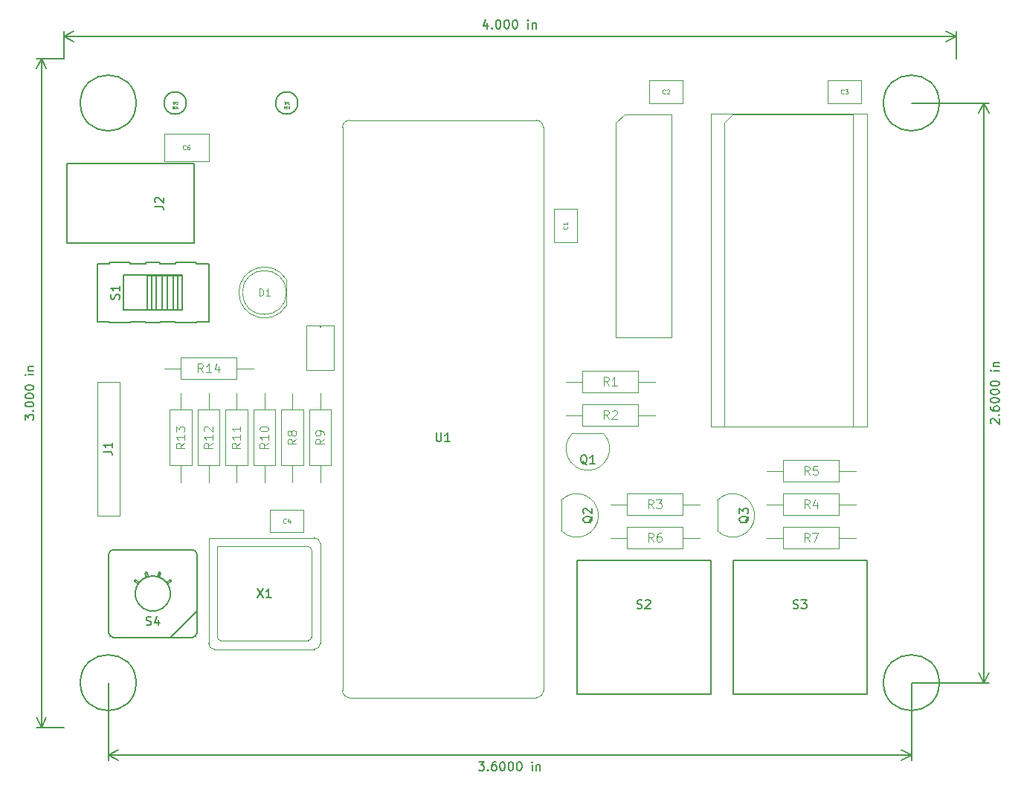
<source format=gbr>
%TF.GenerationSoftware,KiCad,Pcbnew,(5.1.4-0-10_14)*%
%TF.CreationDate,2020-04-13T14:17:21-07:00*%
%TF.ProjectId,8051dumper,38303531-6475-46d7-9065-722e6b696361,1*%
%TF.SameCoordinates,PX60e4b00PYc1c9600*%
%TF.FileFunction,Other,Fab,Top*%
%FSLAX46Y46*%
G04 Gerber Fmt 4.6, Leading zero omitted, Abs format (unit mm)*
G04 Created by KiCad (PCBNEW (5.1.4-0-10_14)) date 2020-04-13 14:17:21*
%MOMM*%
%LPD*%
G04 APERTURE LIST*
%ADD10C,0.150000*%
%ADD11C,0.100000*%
%ADD12C,0.127000*%
%ADD13C,0.120000*%
%ADD14C,0.025400*%
%ADD15C,0.080000*%
%ADD16C,0.050800*%
%ADD17C,0.010000*%
G04 APERTURE END LIST*
D10*
X105622619Y34600000D02*
X105575000Y34647620D01*
X105527380Y34742858D01*
X105527380Y34980953D01*
X105575000Y35076191D01*
X105622619Y35123810D01*
X105717857Y35171429D01*
X105813095Y35171429D01*
X105955952Y35123810D01*
X106527380Y34552381D01*
X106527380Y35171429D01*
X106432142Y35600000D02*
X106479761Y35647620D01*
X106527380Y35600000D01*
X106479761Y35552381D01*
X106432142Y35600000D01*
X106527380Y35600000D01*
X105527380Y36504762D02*
X105527380Y36314286D01*
X105575000Y36219048D01*
X105622619Y36171429D01*
X105765476Y36076191D01*
X105955952Y36028572D01*
X106336904Y36028572D01*
X106432142Y36076191D01*
X106479761Y36123810D01*
X106527380Y36219048D01*
X106527380Y36409524D01*
X106479761Y36504762D01*
X106432142Y36552381D01*
X106336904Y36600000D01*
X106098809Y36600000D01*
X106003571Y36552381D01*
X105955952Y36504762D01*
X105908333Y36409524D01*
X105908333Y36219048D01*
X105955952Y36123810D01*
X106003571Y36076191D01*
X106098809Y36028572D01*
X105527380Y37219048D02*
X105527380Y37314286D01*
X105575000Y37409524D01*
X105622619Y37457143D01*
X105717857Y37504762D01*
X105908333Y37552381D01*
X106146428Y37552381D01*
X106336904Y37504762D01*
X106432142Y37457143D01*
X106479761Y37409524D01*
X106527380Y37314286D01*
X106527380Y37219048D01*
X106479761Y37123810D01*
X106432142Y37076191D01*
X106336904Y37028572D01*
X106146428Y36980953D01*
X105908333Y36980953D01*
X105717857Y37028572D01*
X105622619Y37076191D01*
X105575000Y37123810D01*
X105527380Y37219048D01*
X105527380Y38171429D02*
X105527380Y38266667D01*
X105575000Y38361905D01*
X105622619Y38409524D01*
X105717857Y38457143D01*
X105908333Y38504762D01*
X106146428Y38504762D01*
X106336904Y38457143D01*
X106432142Y38409524D01*
X106479761Y38361905D01*
X106527380Y38266667D01*
X106527380Y38171429D01*
X106479761Y38076191D01*
X106432142Y38028572D01*
X106336904Y37980953D01*
X106146428Y37933334D01*
X105908333Y37933334D01*
X105717857Y37980953D01*
X105622619Y38028572D01*
X105575000Y38076191D01*
X105527380Y38171429D01*
X105527380Y39123810D02*
X105527380Y39219048D01*
X105575000Y39314286D01*
X105622619Y39361905D01*
X105717857Y39409524D01*
X105908333Y39457143D01*
X106146428Y39457143D01*
X106336904Y39409524D01*
X106432142Y39361905D01*
X106479761Y39314286D01*
X106527380Y39219048D01*
X106527380Y39123810D01*
X106479761Y39028572D01*
X106432142Y38980953D01*
X106336904Y38933334D01*
X106146428Y38885715D01*
X105908333Y38885715D01*
X105717857Y38933334D01*
X105622619Y38980953D01*
X105575000Y39028572D01*
X105527380Y39123810D01*
X106527380Y40647620D02*
X105860714Y40647620D01*
X105527380Y40647620D02*
X105575000Y40600000D01*
X105622619Y40647620D01*
X105575000Y40695239D01*
X105527380Y40647620D01*
X105622619Y40647620D01*
X105860714Y41123810D02*
X106527380Y41123810D01*
X105955952Y41123810D02*
X105908333Y41171429D01*
X105860714Y41266667D01*
X105860714Y41409524D01*
X105908333Y41504762D01*
X106003571Y41552381D01*
X106527380Y41552381D01*
X104775000Y5080000D02*
X104775000Y71120000D01*
X96520000Y5080000D02*
X105361421Y5080000D01*
X96520000Y71120000D02*
X105361421Y71120000D01*
X104775000Y71120000D02*
X105361421Y69993496D01*
X104775000Y71120000D02*
X104188579Y69993496D01*
X104775000Y5080000D02*
X105361421Y6206504D01*
X104775000Y5080000D02*
X104188579Y6206504D01*
X47252380Y-3927379D02*
X47871428Y-3927379D01*
X47538095Y-4308332D01*
X47680952Y-4308332D01*
X47776190Y-4355951D01*
X47823809Y-4403570D01*
X47871428Y-4498808D01*
X47871428Y-4736903D01*
X47823809Y-4832141D01*
X47776190Y-4879760D01*
X47680952Y-4927379D01*
X47395238Y-4927379D01*
X47300000Y-4879760D01*
X47252380Y-4832141D01*
X48300000Y-4832141D02*
X48347619Y-4879760D01*
X48300000Y-4927379D01*
X48252380Y-4879760D01*
X48300000Y-4832141D01*
X48300000Y-4927379D01*
X49204761Y-3927379D02*
X49014285Y-3927379D01*
X48919047Y-3974999D01*
X48871428Y-4022618D01*
X48776190Y-4165475D01*
X48728571Y-4355951D01*
X48728571Y-4736903D01*
X48776190Y-4832141D01*
X48823809Y-4879760D01*
X48919047Y-4927379D01*
X49109523Y-4927379D01*
X49204761Y-4879760D01*
X49252380Y-4832141D01*
X49300000Y-4736903D01*
X49300000Y-4498808D01*
X49252380Y-4403570D01*
X49204761Y-4355951D01*
X49109523Y-4308332D01*
X48919047Y-4308332D01*
X48823809Y-4355951D01*
X48776190Y-4403570D01*
X48728571Y-4498808D01*
X49919047Y-3927379D02*
X50014285Y-3927379D01*
X50109523Y-3974999D01*
X50157142Y-4022618D01*
X50204761Y-4117856D01*
X50252380Y-4308332D01*
X50252380Y-4546427D01*
X50204761Y-4736903D01*
X50157142Y-4832141D01*
X50109523Y-4879760D01*
X50014285Y-4927379D01*
X49919047Y-4927379D01*
X49823809Y-4879760D01*
X49776190Y-4832141D01*
X49728571Y-4736903D01*
X49680952Y-4546427D01*
X49680952Y-4308332D01*
X49728571Y-4117856D01*
X49776190Y-4022618D01*
X49823809Y-3974999D01*
X49919047Y-3927379D01*
X50871428Y-3927379D02*
X50966666Y-3927379D01*
X51061904Y-3974999D01*
X51109523Y-4022618D01*
X51157142Y-4117856D01*
X51204761Y-4308332D01*
X51204761Y-4546427D01*
X51157142Y-4736903D01*
X51109523Y-4832141D01*
X51061904Y-4879760D01*
X50966666Y-4927379D01*
X50871428Y-4927379D01*
X50776190Y-4879760D01*
X50728571Y-4832141D01*
X50680952Y-4736903D01*
X50633333Y-4546427D01*
X50633333Y-4308332D01*
X50680952Y-4117856D01*
X50728571Y-4022618D01*
X50776190Y-3974999D01*
X50871428Y-3927379D01*
X51823809Y-3927379D02*
X51919047Y-3927379D01*
X52014285Y-3974999D01*
X52061904Y-4022618D01*
X52109523Y-4117856D01*
X52157142Y-4308332D01*
X52157142Y-4546427D01*
X52109523Y-4736903D01*
X52061904Y-4832141D01*
X52014285Y-4879760D01*
X51919047Y-4927379D01*
X51823809Y-4927379D01*
X51728571Y-4879760D01*
X51680952Y-4832141D01*
X51633333Y-4736903D01*
X51585714Y-4546427D01*
X51585714Y-4308332D01*
X51633333Y-4117856D01*
X51680952Y-4022618D01*
X51728571Y-3974999D01*
X51823809Y-3927379D01*
X53347619Y-4927379D02*
X53347619Y-4260713D01*
X53347619Y-3927379D02*
X53300000Y-3974999D01*
X53347619Y-4022618D01*
X53395238Y-3974999D01*
X53347619Y-3927379D01*
X53347619Y-4022618D01*
X53823809Y-4260713D02*
X53823809Y-4927379D01*
X53823809Y-4355951D02*
X53871428Y-4308332D01*
X53966666Y-4260713D01*
X54109523Y-4260713D01*
X54204761Y-4308332D01*
X54252380Y-4403570D01*
X54252380Y-4927379D01*
X5080000Y-3174999D02*
X96520000Y-3174999D01*
X5080000Y5080000D02*
X5080000Y-3761420D01*
X96520000Y5080000D02*
X96520000Y-3761420D01*
X96520000Y-3174999D02*
X95393496Y-3761420D01*
X96520000Y-3174999D02*
X95393496Y-2588578D01*
X5080000Y-3174999D02*
X6206504Y-3761420D01*
X5080000Y-3174999D02*
X6206504Y-2588578D01*
X-4387620Y35028572D02*
X-4387620Y35647620D01*
X-4006667Y35314286D01*
X-4006667Y35457143D01*
X-3959048Y35552381D01*
X-3911429Y35600000D01*
X-3816191Y35647620D01*
X-3578096Y35647620D01*
X-3482858Y35600000D01*
X-3435239Y35552381D01*
X-3387620Y35457143D01*
X-3387620Y35171429D01*
X-3435239Y35076191D01*
X-3482858Y35028572D01*
X-3482858Y36076191D02*
X-3435239Y36123810D01*
X-3387620Y36076191D01*
X-3435239Y36028572D01*
X-3482858Y36076191D01*
X-3387620Y36076191D01*
X-4387620Y36742858D02*
X-4387620Y36838096D01*
X-4340000Y36933334D01*
X-4292381Y36980953D01*
X-4197143Y37028572D01*
X-4006667Y37076191D01*
X-3768572Y37076191D01*
X-3578096Y37028572D01*
X-3482858Y36980953D01*
X-3435239Y36933334D01*
X-3387620Y36838096D01*
X-3387620Y36742858D01*
X-3435239Y36647620D01*
X-3482858Y36600000D01*
X-3578096Y36552381D01*
X-3768572Y36504762D01*
X-4006667Y36504762D01*
X-4197143Y36552381D01*
X-4292381Y36600000D01*
X-4340000Y36647620D01*
X-4387620Y36742858D01*
X-4387620Y37695239D02*
X-4387620Y37790477D01*
X-4340000Y37885715D01*
X-4292381Y37933334D01*
X-4197143Y37980953D01*
X-4006667Y38028572D01*
X-3768572Y38028572D01*
X-3578096Y37980953D01*
X-3482858Y37933334D01*
X-3435239Y37885715D01*
X-3387620Y37790477D01*
X-3387620Y37695239D01*
X-3435239Y37600000D01*
X-3482858Y37552381D01*
X-3578096Y37504762D01*
X-3768572Y37457143D01*
X-4006667Y37457143D01*
X-4197143Y37504762D01*
X-4292381Y37552381D01*
X-4340000Y37600000D01*
X-4387620Y37695239D01*
X-4387620Y38647620D02*
X-4387620Y38742858D01*
X-4340000Y38838096D01*
X-4292381Y38885715D01*
X-4197143Y38933334D01*
X-4006667Y38980953D01*
X-3768572Y38980953D01*
X-3578096Y38933334D01*
X-3482858Y38885715D01*
X-3435239Y38838096D01*
X-3387620Y38742858D01*
X-3387620Y38647620D01*
X-3435239Y38552381D01*
X-3482858Y38504762D01*
X-3578096Y38457143D01*
X-3768572Y38409524D01*
X-4006667Y38409524D01*
X-4197143Y38457143D01*
X-4292381Y38504762D01*
X-4340000Y38552381D01*
X-4387620Y38647620D01*
X-3387620Y40171429D02*
X-4054286Y40171429D01*
X-4387620Y40171429D02*
X-4340000Y40123810D01*
X-4292381Y40171429D01*
X-4340000Y40219048D01*
X-4387620Y40171429D01*
X-4292381Y40171429D01*
X-4054286Y40647620D02*
X-3387620Y40647620D01*
X-3959048Y40647620D02*
X-4006667Y40695239D01*
X-4054286Y40790477D01*
X-4054286Y40933334D01*
X-4006667Y41028572D01*
X-3911429Y41076191D01*
X-3387620Y41076191D01*
X-2540000Y0D02*
X-2540000Y76200000D01*
X0Y0D02*
X-3126421Y0D01*
X0Y76200000D02*
X-3126421Y76200000D01*
X-2540000Y76200000D02*
X-1953579Y75073496D01*
X-2540000Y76200000D02*
X-3126421Y75073496D01*
X-2540000Y0D02*
X-1953579Y1126504D01*
X-2540000Y0D02*
X-3126421Y1126504D01*
X48252380Y80254286D02*
X48252380Y79587620D01*
X48014285Y80635239D02*
X47776190Y79920953D01*
X48395238Y79920953D01*
X48776190Y79682858D02*
X48823809Y79635239D01*
X48776190Y79587620D01*
X48728571Y79635239D01*
X48776190Y79682858D01*
X48776190Y79587620D01*
X49442857Y80587620D02*
X49538095Y80587620D01*
X49633333Y80540000D01*
X49680952Y80492381D01*
X49728571Y80397143D01*
X49776190Y80206667D01*
X49776190Y79968572D01*
X49728571Y79778096D01*
X49680952Y79682858D01*
X49633333Y79635239D01*
X49538095Y79587620D01*
X49442857Y79587620D01*
X49347619Y79635239D01*
X49300000Y79682858D01*
X49252380Y79778096D01*
X49204761Y79968572D01*
X49204761Y80206667D01*
X49252380Y80397143D01*
X49300000Y80492381D01*
X49347619Y80540000D01*
X49442857Y80587620D01*
X50395238Y80587620D02*
X50490476Y80587620D01*
X50585714Y80540000D01*
X50633333Y80492381D01*
X50680952Y80397143D01*
X50728571Y80206667D01*
X50728571Y79968572D01*
X50680952Y79778096D01*
X50633333Y79682858D01*
X50585714Y79635239D01*
X50490476Y79587620D01*
X50395238Y79587620D01*
X50300000Y79635239D01*
X50252380Y79682858D01*
X50204761Y79778096D01*
X50157142Y79968572D01*
X50157142Y80206667D01*
X50204761Y80397143D01*
X50252380Y80492381D01*
X50300000Y80540000D01*
X50395238Y80587620D01*
X51347619Y80587620D02*
X51442857Y80587620D01*
X51538095Y80540000D01*
X51585714Y80492381D01*
X51633333Y80397143D01*
X51680952Y80206667D01*
X51680952Y79968572D01*
X51633333Y79778096D01*
X51585714Y79682858D01*
X51538095Y79635239D01*
X51442857Y79587620D01*
X51347619Y79587620D01*
X51252380Y79635239D01*
X51204761Y79682858D01*
X51157142Y79778096D01*
X51109523Y79968572D01*
X51109523Y80206667D01*
X51157142Y80397143D01*
X51204761Y80492381D01*
X51252380Y80540000D01*
X51347619Y80587620D01*
X52871428Y79587620D02*
X52871428Y80254286D01*
X52871428Y80587620D02*
X52823809Y80540000D01*
X52871428Y80492381D01*
X52919047Y80540000D01*
X52871428Y80587620D01*
X52871428Y80492381D01*
X53347619Y80254286D02*
X53347619Y79587620D01*
X53347619Y80159048D02*
X53395238Y80206667D01*
X53490476Y80254286D01*
X53633333Y80254286D01*
X53728571Y80206667D01*
X53776190Y80111429D01*
X53776190Y79587620D01*
X0Y78740000D02*
X101600000Y78740000D01*
X0Y76200000D02*
X0Y79326421D01*
X101600000Y76200000D02*
X101600000Y79326421D01*
X101600000Y78740000D02*
X100473496Y78153579D01*
X101600000Y78740000D02*
X100473496Y79326421D01*
X0Y78740000D02*
X1126504Y78153579D01*
X0Y78740000D02*
X1126504Y79326421D01*
D11*
%TO.C,R14*%
X21590000Y40894000D02*
X19660000Y40894000D01*
X11430000Y40894000D02*
X13360000Y40894000D01*
X19660000Y42144000D02*
X13360000Y42144000D01*
X19660000Y39644000D02*
X19660000Y42144000D01*
X13360000Y39644000D02*
X19660000Y39644000D01*
X13360000Y42144000D02*
X13360000Y39644000D01*
%TO.C,D1*%
X25360000Y48060306D02*
X25360000Y50999694D01*
X25360000Y49530000D02*
G75*
G03X25360000Y49530000I-2500000J0D01*
G01*
X25360016Y50999666D02*
G75*
G03X25360000Y48060306I-2500016J-1469666D01*
G01*
%TO.C,R13*%
X13335000Y27940000D02*
X13335000Y29870000D01*
X13335000Y38100000D02*
X13335000Y36170000D01*
X14585000Y29870000D02*
X14585000Y36170000D01*
X12085000Y29870000D02*
X14585000Y29870000D01*
X12085000Y36170000D02*
X12085000Y29870000D01*
X14585000Y36170000D02*
X12085000Y36170000D01*
%TO.C,R12*%
X16510000Y27940000D02*
X16510000Y29870000D01*
X16510000Y38100000D02*
X16510000Y36170000D01*
X17760000Y29870000D02*
X17760000Y36170000D01*
X15260000Y29870000D02*
X17760000Y29870000D01*
X15260000Y36170000D02*
X15260000Y29870000D01*
X17760000Y36170000D02*
X15260000Y36170000D01*
%TO.C,R11*%
X19685000Y27940000D02*
X19685000Y29870000D01*
X19685000Y38100000D02*
X19685000Y36170000D01*
X20935000Y29870000D02*
X20935000Y36170000D01*
X18435000Y29870000D02*
X20935000Y29870000D01*
X18435000Y36170000D02*
X18435000Y29870000D01*
X20935000Y36170000D02*
X18435000Y36170000D01*
%TO.C,R10*%
X22860000Y27940000D02*
X22860000Y29870000D01*
X22860000Y38100000D02*
X22860000Y36170000D01*
X24110000Y29870000D02*
X24110000Y36170000D01*
X21610000Y29870000D02*
X24110000Y29870000D01*
X21610000Y36170000D02*
X21610000Y29870000D01*
X24110000Y36170000D02*
X21610000Y36170000D01*
D12*
%TO.C,S4*%
X12123763Y16790364D02*
X11717231Y16495001D01*
X12123763Y16790365D02*
G75*
G02X12241321Y16628561I58779J-80902D01*
G01*
X11834788Y16333198D02*
X12241321Y16628561D01*
X11717231Y16495001D02*
G75*
G02X11834788Y16333198I-1557231J-1255001D01*
G01*
X10837436Y17648542D02*
X10682155Y17170635D01*
X10837436Y17648543D02*
G75*
G02X11027648Y17586739I95106J-30902D01*
G01*
X10872366Y17108832D02*
X11027648Y17586739D01*
X10682155Y17170636D02*
G75*
G02X10872366Y17108832I-522155J-1930636D01*
G01*
X9292352Y17586740D02*
G75*
G02X9482564Y17648542I95106J30901D01*
G01*
X9637845Y17170635D02*
X9482564Y17648542D01*
X9447634Y17108831D02*
G75*
G02X9637845Y17170635I712366J-1868831D01*
G01*
X9292352Y17586739D02*
X9447634Y17108832D01*
X8078679Y16628562D02*
G75*
G02X8196237Y16790364I58779J80901D01*
G01*
X8602769Y16495001D02*
X8196237Y16790364D01*
X8485212Y16333198D02*
G75*
G02X8602769Y16495001I1674788J-1093198D01*
G01*
X8078679Y16628561D02*
X8485212Y16333198D01*
X8602769Y16495002D02*
G75*
G02X9447634Y17108832I1557231J-1255002D01*
G01*
X9637845Y17170635D02*
G75*
G02X10682155Y17170635I522155J-1930635D01*
G01*
X10872366Y17108831D02*
G75*
G02X11717231Y16495001I-712366J-1868831D01*
G01*
X11834788Y16333198D02*
G75*
G02X8485212Y16333198I-1674788J-1093198D01*
G01*
X12159999Y10240000D02*
X14660000Y10240000D01*
X15160000Y13240000D02*
X12159999Y10240000D01*
X15160000Y10740000D02*
X15160000Y13240000D01*
X15160000Y10740000D02*
G75*
G02X14660000Y10240000I-500000J0D01*
G01*
X5660000Y10240000D02*
G75*
G02X5160000Y10740000I0J500000D01*
G01*
X5160001Y19740000D02*
X5160000Y10740000D01*
X5160000Y19740000D02*
G75*
G02X5660000Y20240000I500000J0D01*
G01*
X14660000Y20239999D02*
X5660000Y20240000D01*
X14660000Y20240000D02*
G75*
G02X15160000Y19740000I0J-500000D01*
G01*
X15160000Y13240000D02*
X15160000Y19740000D01*
X12159999Y10240000D02*
X15160000Y13240000D01*
X5660000Y10240001D02*
X12159999Y10240000D01*
D11*
%TO.C,U2*%
X62865000Y68850000D02*
X63865000Y69850000D01*
X62865000Y44450000D02*
X62865000Y68850000D01*
X69215000Y44450000D02*
X62865000Y44450000D01*
X69215000Y69850000D02*
X69215000Y44450000D01*
X63865000Y69850000D02*
X69215000Y69850000D01*
D12*
%TO.C,S1*%
X9378950Y46228001D02*
X7569200Y46228001D01*
X12750799Y46228001D02*
X10941049Y46228001D01*
X9378950Y46075601D02*
X9378950Y46228001D01*
X10941049Y46075601D02*
X10941049Y46228001D01*
X16509999Y46228001D02*
X15112999Y46228001D01*
X5207000Y46228001D02*
X3810000Y46228001D01*
X12750799Y52832000D02*
X10941049Y52832000D01*
X16509999Y52832000D02*
X15112999Y52832000D01*
X9378950Y52832000D02*
X7569200Y52832000D01*
X5207000Y52832000D02*
X3810000Y52832000D01*
X9378950Y52984400D02*
X9378950Y52832000D01*
X10941049Y52984400D02*
X10941049Y52832000D01*
X13474699Y51485800D02*
X9563100Y51485800D01*
X13474699Y47574201D02*
X9563100Y47574201D01*
X5207000Y46075601D02*
X7569200Y46075601D01*
X12750799Y46075601D02*
X12750799Y46228001D01*
X5207000Y46075601D02*
X5207000Y46228001D01*
X7569200Y46228001D02*
X7569200Y46075601D01*
X9378950Y46075601D02*
X10941049Y46075601D01*
X12750799Y46075601D02*
X15112999Y46075601D01*
X15112999Y46075601D02*
X15112999Y46228001D01*
X7569200Y52984400D02*
X7569200Y52832000D01*
X5207000Y52832000D02*
X5207000Y52984400D01*
X5207000Y52984400D02*
X7569200Y52984400D01*
X9378950Y52984400D02*
X10941049Y52984400D01*
X12750799Y52832000D02*
X12750799Y52984400D01*
X12750799Y52984400D02*
X15112999Y52984400D01*
X15112999Y52832000D02*
X15112999Y52984400D01*
X3810000Y52832000D02*
X3810000Y52451000D01*
X16509999Y52451000D02*
X16509999Y52832000D01*
X13005159Y47574201D02*
X13005159Y51485800D01*
X12475021Y47574201D02*
X12475021Y51485800D01*
X11815117Y47574201D02*
X11815117Y51485800D01*
X11222682Y47574201D02*
X11222682Y51485800D01*
X10562778Y47574201D02*
X10562778Y51485800D01*
X10032641Y47574201D02*
X10032641Y51485800D01*
X9563100Y51485800D02*
X9563100Y47574201D01*
X6845300Y51542950D02*
X6845300Y47517051D01*
X13474699Y51542950D02*
X6845300Y51542950D01*
X13474699Y51485800D02*
X13474699Y51542950D01*
X13474699Y47574201D02*
X13474699Y51485800D01*
X13474699Y47517051D02*
X13474699Y47574201D01*
X6845300Y47517051D02*
X13474699Y47517051D01*
X16509999Y46609001D02*
X16509999Y52451000D01*
X16509999Y46228001D02*
X16509999Y46609001D01*
X3810000Y46228001D02*
X3810000Y46609001D01*
X3810000Y52451000D02*
X3810000Y46609001D01*
D11*
%TO.C,C1*%
X58450000Y55270000D02*
X58450000Y59070000D01*
X55850000Y55270000D02*
X58450000Y55270000D01*
X55850000Y59070000D02*
X55850000Y55270000D01*
X58450000Y59070000D02*
X55850000Y59070000D01*
%TO.C,C4*%
X23520000Y22195000D02*
X27320000Y22195000D01*
X23520000Y24795000D02*
X23520000Y22195000D01*
X27320000Y24795000D02*
X23520000Y24795000D01*
X27320000Y22195000D02*
X27320000Y24795000D01*
%TO.C,C3*%
X87020000Y71090000D02*
X90820000Y71090000D01*
X87020000Y73690000D02*
X87020000Y71090000D01*
X90820000Y73690000D02*
X87020000Y73690000D01*
X90820000Y71090000D02*
X90820000Y73690000D01*
%TO.C,C2*%
X66700000Y71090000D02*
X70500000Y71090000D01*
X66700000Y73690000D02*
X66700000Y71090000D01*
X70500000Y73690000D02*
X66700000Y73690000D01*
X70500000Y71090000D02*
X70500000Y73690000D01*
%TO.C,C6*%
X11460000Y64440000D02*
X16560000Y64440000D01*
X11460000Y67640000D02*
X11460000Y64440000D01*
X16560000Y67640000D02*
X11460000Y67640000D01*
X16560000Y64440000D02*
X16560000Y67640000D01*
%TO.C,C5*%
X30810000Y40670000D02*
X30810000Y45770000D01*
X27610000Y40670000D02*
X30810000Y40670000D01*
X27610000Y45770000D02*
X27610000Y40670000D01*
X30810000Y45770000D02*
X27610000Y45770000D01*
%TO.C,R9*%
X29210000Y27940000D02*
X29210000Y29870000D01*
X29210000Y38100000D02*
X29210000Y36170000D01*
X30460000Y29870000D02*
X30460000Y36170000D01*
X27960000Y29870000D02*
X30460000Y29870000D01*
X27960000Y36170000D02*
X27960000Y29870000D01*
X30460000Y36170000D02*
X27960000Y36170000D01*
%TO.C,R8*%
X26035000Y27940000D02*
X26035000Y29870000D01*
X26035000Y38100000D02*
X26035000Y36170000D01*
X27285000Y29870000D02*
X27285000Y36170000D01*
X24785000Y29870000D02*
X27285000Y29870000D01*
X24785000Y36170000D02*
X24785000Y29870000D01*
X27285000Y36170000D02*
X24785000Y36170000D01*
%TO.C,R7*%
X90170000Y21590000D02*
X88240000Y21590000D01*
X80010000Y21590000D02*
X81940000Y21590000D01*
X88240000Y22840000D02*
X81940000Y22840000D01*
X88240000Y20340000D02*
X88240000Y22840000D01*
X81940000Y20340000D02*
X88240000Y20340000D01*
X81940000Y22840000D02*
X81940000Y20340000D01*
%TO.C,R6*%
X72390000Y21590000D02*
X70460000Y21590000D01*
X62230000Y21590000D02*
X64160000Y21590000D01*
X70460000Y22840000D02*
X64160000Y22840000D01*
X70460000Y20340000D02*
X70460000Y22840000D01*
X64160000Y20340000D02*
X70460000Y20340000D01*
X64160000Y22840000D02*
X64160000Y20340000D01*
%TO.C,R5*%
X90170000Y29210000D02*
X88240000Y29210000D01*
X80010000Y29210000D02*
X81940000Y29210000D01*
X88240000Y30460000D02*
X81940000Y30460000D01*
X88240000Y27960000D02*
X88240000Y30460000D01*
X81940000Y27960000D02*
X88240000Y27960000D01*
X81940000Y30460000D02*
X81940000Y27960000D01*
%TO.C,R4*%
X90170000Y25400000D02*
X88240000Y25400000D01*
X80010000Y25400000D02*
X81940000Y25400000D01*
X88240000Y26650000D02*
X81940000Y26650000D01*
X88240000Y24150000D02*
X88240000Y26650000D01*
X81940000Y24150000D02*
X88240000Y24150000D01*
X81940000Y26650000D02*
X81940000Y24150000D01*
%TO.C,R3*%
X72390000Y25400000D02*
X70460000Y25400000D01*
X62230000Y25400000D02*
X64160000Y25400000D01*
X70460000Y26650000D02*
X64160000Y26650000D01*
X70460000Y24150000D02*
X70460000Y26650000D01*
X64160000Y24150000D02*
X70460000Y24150000D01*
X64160000Y26650000D02*
X64160000Y24150000D01*
%TO.C,R2*%
X67310000Y35560000D02*
X65380000Y35560000D01*
X57150000Y35560000D02*
X59080000Y35560000D01*
X65380000Y36810000D02*
X59080000Y36810000D01*
X65380000Y34310000D02*
X65380000Y36810000D01*
X59080000Y34310000D02*
X65380000Y34310000D01*
X59080000Y36810000D02*
X59080000Y34310000D01*
%TO.C,R1*%
X57150000Y39370000D02*
X59080000Y39370000D01*
X67310000Y39370000D02*
X65380000Y39370000D01*
X59080000Y38120000D02*
X65380000Y38120000D01*
X59080000Y40620000D02*
X59080000Y38120000D01*
X65380000Y40620000D02*
X59080000Y40620000D01*
X65380000Y38120000D02*
X65380000Y40620000D01*
D13*
%TO.C,J1*%
X3810000Y39370000D02*
X3810000Y24130000D01*
X6350000Y39370000D02*
X3810000Y39370000D01*
X6350000Y24130000D02*
X6350000Y39370000D01*
X3810000Y24130000D02*
X6350000Y24130000D01*
D11*
%TO.C,U3*%
X91440000Y69910000D02*
X73660000Y69910000D01*
X91440000Y34230000D02*
X91440000Y69910000D01*
X73660000Y34230000D02*
X91440000Y34230000D01*
X73660000Y69910000D02*
X73660000Y34230000D01*
X75185000Y68850000D02*
X76185000Y69850000D01*
X75185000Y34290000D02*
X75185000Y68850000D01*
X89915000Y34290000D02*
X75185000Y34290000D01*
X89915000Y69850000D02*
X89915000Y34290000D01*
X76185000Y69850000D02*
X89915000Y69850000D01*
D10*
%TO.C,J2*%
X14820000Y64190000D02*
X420000Y64190000D01*
X14820000Y55190000D02*
X14820000Y64190000D01*
X420000Y55190000D02*
X14820000Y55190000D01*
X420000Y64190000D02*
X420000Y55190000D01*
%TO.C,REF\002A\002A*%
X99695000Y71120000D02*
G75*
G03X99695000Y71120000I-3175000J0D01*
G01*
X99695000Y5080000D02*
G75*
G03X99695000Y5080000I-3175000J0D01*
G01*
X8255000Y71120000D02*
G75*
G03X8255000Y71120000I-3175000J0D01*
G01*
X8255000Y5080000D02*
G75*
G03X8255000Y5080000I-3175000J0D01*
G01*
D14*
%TO.C,U1*%
X53797199Y69164199D02*
G75*
G02X54609999Y68351399I0J-812800D01*
G01*
X54609999Y4191000D02*
X54609999Y68351399D01*
X54609999Y4191001D02*
G75*
G02X53797200Y3378200I-812800J-1D01*
G01*
X32562801Y3378200D02*
X53797200Y3378200D01*
X32562800Y3378201D02*
G75*
G02X31750001Y4191000I0J812799D01*
G01*
X31750000Y68351399D02*
X31750001Y4191000D01*
X31750000Y68351399D02*
G75*
G02X32562800Y69164199I812800J0D01*
G01*
X53797199Y69164199D02*
X32562800Y69164199D01*
D11*
%TO.C,X1*%
X29210000Y20940000D02*
G75*
G03X28560000Y21590000I-650000J0D01*
G01*
X28560000Y8890000D02*
G75*
G03X29210000Y9540000I0J650000D01*
G01*
X16510000Y9540000D02*
G75*
G03X17160000Y8890000I650000J0D01*
G01*
X28210000Y20240000D02*
G75*
G03X27860000Y20590000I-350000J0D01*
G01*
X27860000Y9890000D02*
G75*
G03X28210000Y10240000I0J350000D01*
G01*
X17510000Y10240000D02*
G75*
G03X17860000Y9890000I350000J0D01*
G01*
X16510000Y21590000D02*
X28560000Y21590000D01*
X29210000Y20940000D02*
X29210000Y9540000D01*
X28560000Y8890000D02*
X17160000Y8890000D01*
X16510000Y21590000D02*
X16510000Y9540000D01*
X17510000Y20590000D02*
X17510000Y10240000D01*
X17510000Y20590000D02*
X27860000Y20590000D01*
X28210000Y20240000D02*
X28210000Y10240000D01*
X17860000Y9890000D02*
X27860000Y9890000D01*
D10*
%TO.C,TP2*%
X13970000Y71120000D02*
G75*
G03X13970000Y71120000I-1270000J0D01*
G01*
%TO.C,TP1*%
X26670000Y71120000D02*
G75*
G03X26670000Y71120000I-1270000J0D01*
G01*
%TO.C,S3*%
X91440000Y19050000D02*
X76200000Y19050000D01*
X91440000Y3810000D02*
X91440000Y19050000D01*
X76200000Y3810000D02*
X91440000Y3810000D01*
X76200000Y19050000D02*
X76200000Y3810000D01*
%TO.C,S2*%
X73660000Y19050000D02*
X58420000Y19050000D01*
X73660000Y3810000D02*
X73660000Y19050000D01*
X58420000Y3810000D02*
X73660000Y3810000D01*
X58420000Y19050000D02*
X58420000Y3810000D01*
D11*
%TO.C,Q3*%
X74446375Y25883625D02*
G75*
G02X78680000Y24130000I1753625J-1753625D01*
G01*
X74446375Y22376375D02*
G75*
G03X78680000Y24130000I1753625J1753625D01*
G01*
X74450000Y25870000D02*
X74450000Y22370000D01*
%TO.C,Q2*%
X56666375Y25883625D02*
G75*
G02X60900000Y24130000I1753625J-1753625D01*
G01*
X56666375Y22376375D02*
G75*
G03X60900000Y24130000I1753625J1753625D01*
G01*
X56670000Y25870000D02*
X56670000Y22370000D01*
%TO.C,Q1*%
X61443625Y33503625D02*
G75*
G02X59690000Y29270000I-1753625J-1753625D01*
G01*
X57936375Y33503625D02*
G75*
G03X59690000Y29270000I1753625J-1753625D01*
G01*
X61430000Y33500000D02*
X57930000Y33500000D01*
%TD*%
%TO.C,R14*%
X15867142Y40441620D02*
X15533809Y40917810D01*
X15295714Y40441620D02*
X15295714Y41441620D01*
X15676666Y41441620D01*
X15771904Y41394000D01*
X15819523Y41346381D01*
X15867142Y41251143D01*
X15867142Y41108286D01*
X15819523Y41013048D01*
X15771904Y40965429D01*
X15676666Y40917810D01*
X15295714Y40917810D01*
X16819523Y40441620D02*
X16248095Y40441620D01*
X16533809Y40441620D02*
X16533809Y41441620D01*
X16438571Y41298762D01*
X16343333Y41203524D01*
X16248095Y41155905D01*
X17676666Y41108286D02*
X17676666Y40441620D01*
X17438571Y41489239D02*
X17200476Y40774953D01*
X17819523Y40774953D01*
%TO.C,D1*%
D15*
X22289523Y49168096D02*
X22289523Y49968096D01*
X22480000Y49968096D01*
X22594285Y49930000D01*
X22670476Y49853810D01*
X22708571Y49777620D01*
X22746666Y49625239D01*
X22746666Y49510953D01*
X22708571Y49358572D01*
X22670476Y49282381D01*
X22594285Y49206191D01*
X22480000Y49168096D01*
X22289523Y49168096D01*
X23508571Y49168096D02*
X23051428Y49168096D01*
X23280000Y49168096D02*
X23280000Y49968096D01*
X23203809Y49853810D01*
X23127619Y49777620D01*
X23051428Y49739524D01*
%TO.C,R13*%
D11*
X13787380Y32377143D02*
X13311190Y32043810D01*
X13787380Y31805715D02*
X12787380Y31805715D01*
X12787380Y32186667D01*
X12835000Y32281905D01*
X12882619Y32329524D01*
X12977857Y32377143D01*
X13120714Y32377143D01*
X13215952Y32329524D01*
X13263571Y32281905D01*
X13311190Y32186667D01*
X13311190Y31805715D01*
X13787380Y33329524D02*
X13787380Y32758096D01*
X13787380Y33043810D02*
X12787380Y33043810D01*
X12930238Y32948572D01*
X13025476Y32853334D01*
X13073095Y32758096D01*
X12787380Y33662858D02*
X12787380Y34281905D01*
X13168333Y33948572D01*
X13168333Y34091429D01*
X13215952Y34186667D01*
X13263571Y34234286D01*
X13358809Y34281905D01*
X13596904Y34281905D01*
X13692142Y34234286D01*
X13739761Y34186667D01*
X13787380Y34091429D01*
X13787380Y33805715D01*
X13739761Y33710477D01*
X13692142Y33662858D01*
%TO.C,R12*%
X16962380Y32377143D02*
X16486190Y32043810D01*
X16962380Y31805715D02*
X15962380Y31805715D01*
X15962380Y32186667D01*
X16010000Y32281905D01*
X16057619Y32329524D01*
X16152857Y32377143D01*
X16295714Y32377143D01*
X16390952Y32329524D01*
X16438571Y32281905D01*
X16486190Y32186667D01*
X16486190Y31805715D01*
X16962380Y33329524D02*
X16962380Y32758096D01*
X16962380Y33043810D02*
X15962380Y33043810D01*
X16105238Y32948572D01*
X16200476Y32853334D01*
X16248095Y32758096D01*
X16057619Y33710477D02*
X16010000Y33758096D01*
X15962380Y33853334D01*
X15962380Y34091429D01*
X16010000Y34186667D01*
X16057619Y34234286D01*
X16152857Y34281905D01*
X16248095Y34281905D01*
X16390952Y34234286D01*
X16962380Y33662858D01*
X16962380Y34281905D01*
%TO.C,R11*%
X20137380Y32377143D02*
X19661190Y32043810D01*
X20137380Y31805715D02*
X19137380Y31805715D01*
X19137380Y32186667D01*
X19185000Y32281905D01*
X19232619Y32329524D01*
X19327857Y32377143D01*
X19470714Y32377143D01*
X19565952Y32329524D01*
X19613571Y32281905D01*
X19661190Y32186667D01*
X19661190Y31805715D01*
X20137380Y33329524D02*
X20137380Y32758096D01*
X20137380Y33043810D02*
X19137380Y33043810D01*
X19280238Y32948572D01*
X19375476Y32853334D01*
X19423095Y32758096D01*
X20137380Y34281905D02*
X20137380Y33710477D01*
X20137380Y33996191D02*
X19137380Y33996191D01*
X19280238Y33900953D01*
X19375476Y33805715D01*
X19423095Y33710477D01*
%TO.C,R10*%
X23312380Y32377143D02*
X22836190Y32043810D01*
X23312380Y31805715D02*
X22312380Y31805715D01*
X22312380Y32186667D01*
X22360000Y32281905D01*
X22407619Y32329524D01*
X22502857Y32377143D01*
X22645714Y32377143D01*
X22740952Y32329524D01*
X22788571Y32281905D01*
X22836190Y32186667D01*
X22836190Y31805715D01*
X23312380Y33329524D02*
X23312380Y32758096D01*
X23312380Y33043810D02*
X22312380Y33043810D01*
X22455238Y32948572D01*
X22550476Y32853334D01*
X22598095Y32758096D01*
X22312380Y33948572D02*
X22312380Y34043810D01*
X22360000Y34139048D01*
X22407619Y34186667D01*
X22502857Y34234286D01*
X22693333Y34281905D01*
X22931428Y34281905D01*
X23121904Y34234286D01*
X23217142Y34186667D01*
X23264761Y34139048D01*
X23312380Y34043810D01*
X23312380Y33948572D01*
X23264761Y33853334D01*
X23217142Y33805715D01*
X23121904Y33758096D01*
X22931428Y33710477D01*
X22693333Y33710477D01*
X22502857Y33758096D01*
X22407619Y33805715D01*
X22360000Y33853334D01*
X22312380Y33948572D01*
%TO.C,S4*%
D10*
X9398095Y11660239D02*
X9540952Y11612620D01*
X9779047Y11612620D01*
X9874285Y11660239D01*
X9921904Y11707858D01*
X9969523Y11803096D01*
X9969523Y11898334D01*
X9921904Y11993572D01*
X9874285Y12041191D01*
X9779047Y12088810D01*
X9588571Y12136429D01*
X9493333Y12184048D01*
X9445714Y12231667D01*
X9398095Y12326905D01*
X9398095Y12422143D01*
X9445714Y12517381D01*
X9493333Y12565000D01*
X9588571Y12612620D01*
X9826666Y12612620D01*
X9969523Y12565000D01*
X10826666Y12279286D02*
X10826666Y11612620D01*
X10588571Y12660239D02*
X10350476Y11945953D01*
X10969523Y11945953D01*
%TO.C,S1*%
X6314761Y48768096D02*
X6362380Y48910953D01*
X6362380Y49149048D01*
X6314761Y49244286D01*
X6267142Y49291905D01*
X6171904Y49339524D01*
X6076666Y49339524D01*
X5981428Y49291905D01*
X5933809Y49244286D01*
X5886190Y49149048D01*
X5838571Y48958572D01*
X5790952Y48863334D01*
X5743333Y48815715D01*
X5648095Y48768096D01*
X5552857Y48768096D01*
X5457619Y48815715D01*
X5410000Y48863334D01*
X5362380Y48958572D01*
X5362380Y49196667D01*
X5410000Y49339524D01*
X6362380Y50291905D02*
X6362380Y49720477D01*
X6362380Y50006191D02*
X5362380Y50006191D01*
X5505238Y49910953D01*
X5600476Y49815715D01*
X5648095Y49720477D01*
%TO.C,C1*%
D16*
X57331428Y57065334D02*
X57355619Y57041143D01*
X57379809Y56968572D01*
X57379809Y56920191D01*
X57355619Y56847620D01*
X57307238Y56799239D01*
X57258857Y56775048D01*
X57162095Y56750858D01*
X57089523Y56750858D01*
X56992761Y56775048D01*
X56944380Y56799239D01*
X56896000Y56847620D01*
X56871809Y56920191D01*
X56871809Y56968572D01*
X56896000Y57041143D01*
X56920190Y57065334D01*
X57379809Y57549143D02*
X57379809Y57258858D01*
X57379809Y57404000D02*
X56871809Y57404000D01*
X56944380Y57355620D01*
X56992761Y57307239D01*
X57016952Y57258858D01*
%TO.C,C4*%
X25315333Y23313572D02*
X25291142Y23289381D01*
X25218571Y23265191D01*
X25170190Y23265191D01*
X25097619Y23289381D01*
X25049238Y23337762D01*
X25025047Y23386143D01*
X25000857Y23482905D01*
X25000857Y23555477D01*
X25025047Y23652239D01*
X25049238Y23700620D01*
X25097619Y23749000D01*
X25170190Y23773191D01*
X25218571Y23773191D01*
X25291142Y23749000D01*
X25315333Y23724810D01*
X25750761Y23603858D02*
X25750761Y23265191D01*
X25629809Y23797381D02*
X25508857Y23434524D01*
X25823333Y23434524D01*
%TO.C,C3*%
X88815333Y72208572D02*
X88791142Y72184381D01*
X88718571Y72160191D01*
X88670190Y72160191D01*
X88597619Y72184381D01*
X88549238Y72232762D01*
X88525047Y72281143D01*
X88500857Y72377905D01*
X88500857Y72450477D01*
X88525047Y72547239D01*
X88549238Y72595620D01*
X88597619Y72644000D01*
X88670190Y72668191D01*
X88718571Y72668191D01*
X88791142Y72644000D01*
X88815333Y72619810D01*
X88984666Y72668191D02*
X89299142Y72668191D01*
X89129809Y72474667D01*
X89202380Y72474667D01*
X89250761Y72450477D01*
X89274952Y72426286D01*
X89299142Y72377905D01*
X89299142Y72256953D01*
X89274952Y72208572D01*
X89250761Y72184381D01*
X89202380Y72160191D01*
X89057238Y72160191D01*
X89008857Y72184381D01*
X88984666Y72208572D01*
%TO.C,C2*%
X68495333Y72208572D02*
X68471142Y72184381D01*
X68398571Y72160191D01*
X68350190Y72160191D01*
X68277619Y72184381D01*
X68229238Y72232762D01*
X68205047Y72281143D01*
X68180857Y72377905D01*
X68180857Y72450477D01*
X68205047Y72547239D01*
X68229238Y72595620D01*
X68277619Y72644000D01*
X68350190Y72668191D01*
X68398571Y72668191D01*
X68471142Y72644000D01*
X68495333Y72619810D01*
X68688857Y72619810D02*
X68713047Y72644000D01*
X68761428Y72668191D01*
X68882380Y72668191D01*
X68930761Y72644000D01*
X68954952Y72619810D01*
X68979142Y72571429D01*
X68979142Y72523048D01*
X68954952Y72450477D01*
X68664666Y72160191D01*
X68979142Y72160191D01*
%TO.C,C6*%
X13885333Y65858572D02*
X13861142Y65834381D01*
X13788571Y65810191D01*
X13740190Y65810191D01*
X13667619Y65834381D01*
X13619238Y65882762D01*
X13595047Y65931143D01*
X13570857Y66027905D01*
X13570857Y66100477D01*
X13595047Y66197239D01*
X13619238Y66245620D01*
X13667619Y66294000D01*
X13740190Y66318191D01*
X13788571Y66318191D01*
X13861142Y66294000D01*
X13885333Y66269810D01*
X14320761Y66318191D02*
X14224000Y66318191D01*
X14175619Y66294000D01*
X14151428Y66269810D01*
X14103047Y66197239D01*
X14078857Y66100477D01*
X14078857Y65906953D01*
X14103047Y65858572D01*
X14127238Y65834381D01*
X14175619Y65810191D01*
X14272380Y65810191D01*
X14320761Y65834381D01*
X14344952Y65858572D01*
X14369142Y65906953D01*
X14369142Y66027905D01*
X14344952Y66076286D01*
X14320761Y66100477D01*
X14272380Y66124667D01*
X14175619Y66124667D01*
X14127238Y66100477D01*
X14103047Y66076286D01*
X14078857Y66027905D01*
%TO.C,C5*%
D17*
X29245714Y45703334D02*
X29250476Y45698572D01*
X29255238Y45684286D01*
X29255238Y45674762D01*
X29250476Y45660477D01*
X29240952Y45650953D01*
X29231428Y45646191D01*
X29212380Y45641429D01*
X29198095Y45641429D01*
X29179047Y45646191D01*
X29169523Y45650953D01*
X29160000Y45660477D01*
X29155238Y45674762D01*
X29155238Y45684286D01*
X29160000Y45698572D01*
X29164761Y45703334D01*
X29155238Y45793810D02*
X29155238Y45746191D01*
X29202857Y45741429D01*
X29198095Y45746191D01*
X29193333Y45755715D01*
X29193333Y45779524D01*
X29198095Y45789048D01*
X29202857Y45793810D01*
X29212380Y45798572D01*
X29236190Y45798572D01*
X29245714Y45793810D01*
X29250476Y45789048D01*
X29255238Y45779524D01*
X29255238Y45755715D01*
X29250476Y45746191D01*
X29245714Y45741429D01*
%TO.C,R9*%
D11*
X29662380Y32853334D02*
X29186190Y32520000D01*
X29662380Y32281905D02*
X28662380Y32281905D01*
X28662380Y32662858D01*
X28710000Y32758096D01*
X28757619Y32805715D01*
X28852857Y32853334D01*
X28995714Y32853334D01*
X29090952Y32805715D01*
X29138571Y32758096D01*
X29186190Y32662858D01*
X29186190Y32281905D01*
X29662380Y33329524D02*
X29662380Y33520000D01*
X29614761Y33615239D01*
X29567142Y33662858D01*
X29424285Y33758096D01*
X29233809Y33805715D01*
X28852857Y33805715D01*
X28757619Y33758096D01*
X28710000Y33710477D01*
X28662380Y33615239D01*
X28662380Y33424762D01*
X28710000Y33329524D01*
X28757619Y33281905D01*
X28852857Y33234286D01*
X29090952Y33234286D01*
X29186190Y33281905D01*
X29233809Y33329524D01*
X29281428Y33424762D01*
X29281428Y33615239D01*
X29233809Y33710477D01*
X29186190Y33758096D01*
X29090952Y33805715D01*
%TO.C,R8*%
X26487380Y32853334D02*
X26011190Y32520000D01*
X26487380Y32281905D02*
X25487380Y32281905D01*
X25487380Y32662858D01*
X25535000Y32758096D01*
X25582619Y32805715D01*
X25677857Y32853334D01*
X25820714Y32853334D01*
X25915952Y32805715D01*
X25963571Y32758096D01*
X26011190Y32662858D01*
X26011190Y32281905D01*
X25915952Y33424762D02*
X25868333Y33329524D01*
X25820714Y33281905D01*
X25725476Y33234286D01*
X25677857Y33234286D01*
X25582619Y33281905D01*
X25535000Y33329524D01*
X25487380Y33424762D01*
X25487380Y33615239D01*
X25535000Y33710477D01*
X25582619Y33758096D01*
X25677857Y33805715D01*
X25725476Y33805715D01*
X25820714Y33758096D01*
X25868333Y33710477D01*
X25915952Y33615239D01*
X25915952Y33424762D01*
X25963571Y33329524D01*
X26011190Y33281905D01*
X26106428Y33234286D01*
X26296904Y33234286D01*
X26392142Y33281905D01*
X26439761Y33329524D01*
X26487380Y33424762D01*
X26487380Y33615239D01*
X26439761Y33710477D01*
X26392142Y33758096D01*
X26296904Y33805715D01*
X26106428Y33805715D01*
X26011190Y33758096D01*
X25963571Y33710477D01*
X25915952Y33615239D01*
%TO.C,R7*%
X84923333Y21137620D02*
X84590000Y21613810D01*
X84351904Y21137620D02*
X84351904Y22137620D01*
X84732857Y22137620D01*
X84828095Y22090000D01*
X84875714Y22042381D01*
X84923333Y21947143D01*
X84923333Y21804286D01*
X84875714Y21709048D01*
X84828095Y21661429D01*
X84732857Y21613810D01*
X84351904Y21613810D01*
X85256666Y22137620D02*
X85923333Y22137620D01*
X85494761Y21137620D01*
%TO.C,R6*%
X67143333Y21137620D02*
X66810000Y21613810D01*
X66571904Y21137620D02*
X66571904Y22137620D01*
X66952857Y22137620D01*
X67048095Y22090000D01*
X67095714Y22042381D01*
X67143333Y21947143D01*
X67143333Y21804286D01*
X67095714Y21709048D01*
X67048095Y21661429D01*
X66952857Y21613810D01*
X66571904Y21613810D01*
X68000476Y22137620D02*
X67810000Y22137620D01*
X67714761Y22090000D01*
X67667142Y22042381D01*
X67571904Y21899524D01*
X67524285Y21709048D01*
X67524285Y21328096D01*
X67571904Y21232858D01*
X67619523Y21185239D01*
X67714761Y21137620D01*
X67905238Y21137620D01*
X68000476Y21185239D01*
X68048095Y21232858D01*
X68095714Y21328096D01*
X68095714Y21566191D01*
X68048095Y21661429D01*
X68000476Y21709048D01*
X67905238Y21756667D01*
X67714761Y21756667D01*
X67619523Y21709048D01*
X67571904Y21661429D01*
X67524285Y21566191D01*
%TO.C,R5*%
X84923333Y28757620D02*
X84590000Y29233810D01*
X84351904Y28757620D02*
X84351904Y29757620D01*
X84732857Y29757620D01*
X84828095Y29710000D01*
X84875714Y29662381D01*
X84923333Y29567143D01*
X84923333Y29424286D01*
X84875714Y29329048D01*
X84828095Y29281429D01*
X84732857Y29233810D01*
X84351904Y29233810D01*
X85828095Y29757620D02*
X85351904Y29757620D01*
X85304285Y29281429D01*
X85351904Y29329048D01*
X85447142Y29376667D01*
X85685238Y29376667D01*
X85780476Y29329048D01*
X85828095Y29281429D01*
X85875714Y29186191D01*
X85875714Y28948096D01*
X85828095Y28852858D01*
X85780476Y28805239D01*
X85685238Y28757620D01*
X85447142Y28757620D01*
X85351904Y28805239D01*
X85304285Y28852858D01*
%TO.C,R4*%
X84923333Y24947620D02*
X84590000Y25423810D01*
X84351904Y24947620D02*
X84351904Y25947620D01*
X84732857Y25947620D01*
X84828095Y25900000D01*
X84875714Y25852381D01*
X84923333Y25757143D01*
X84923333Y25614286D01*
X84875714Y25519048D01*
X84828095Y25471429D01*
X84732857Y25423810D01*
X84351904Y25423810D01*
X85780476Y25614286D02*
X85780476Y24947620D01*
X85542380Y25995239D02*
X85304285Y25280953D01*
X85923333Y25280953D01*
%TO.C,R3*%
X67143333Y24947620D02*
X66810000Y25423810D01*
X66571904Y24947620D02*
X66571904Y25947620D01*
X66952857Y25947620D01*
X67048095Y25900000D01*
X67095714Y25852381D01*
X67143333Y25757143D01*
X67143333Y25614286D01*
X67095714Y25519048D01*
X67048095Y25471429D01*
X66952857Y25423810D01*
X66571904Y25423810D01*
X67476666Y25947620D02*
X68095714Y25947620D01*
X67762380Y25566667D01*
X67905238Y25566667D01*
X68000476Y25519048D01*
X68048095Y25471429D01*
X68095714Y25376191D01*
X68095714Y25138096D01*
X68048095Y25042858D01*
X68000476Y24995239D01*
X67905238Y24947620D01*
X67619523Y24947620D01*
X67524285Y24995239D01*
X67476666Y25042858D01*
%TO.C,R2*%
X62063333Y35107620D02*
X61730000Y35583810D01*
X61491904Y35107620D02*
X61491904Y36107620D01*
X61872857Y36107620D01*
X61968095Y36060000D01*
X62015714Y36012381D01*
X62063333Y35917143D01*
X62063333Y35774286D01*
X62015714Y35679048D01*
X61968095Y35631429D01*
X61872857Y35583810D01*
X61491904Y35583810D01*
X62444285Y36012381D02*
X62491904Y36060000D01*
X62587142Y36107620D01*
X62825238Y36107620D01*
X62920476Y36060000D01*
X62968095Y36012381D01*
X63015714Y35917143D01*
X63015714Y35821905D01*
X62968095Y35679048D01*
X62396666Y35107620D01*
X63015714Y35107620D01*
%TO.C,R1*%
X62063333Y38917620D02*
X61730000Y39393810D01*
X61491904Y38917620D02*
X61491904Y39917620D01*
X61872857Y39917620D01*
X61968095Y39870000D01*
X62015714Y39822381D01*
X62063333Y39727143D01*
X62063333Y39584286D01*
X62015714Y39489048D01*
X61968095Y39441429D01*
X61872857Y39393810D01*
X61491904Y39393810D01*
X63015714Y38917620D02*
X62444285Y38917620D01*
X62730000Y38917620D02*
X62730000Y39917620D01*
X62634761Y39774762D01*
X62539523Y39679524D01*
X62444285Y39631905D01*
%TO.C,J1*%
D10*
X4532380Y31416667D02*
X5246666Y31416667D01*
X5389523Y31369048D01*
X5484761Y31273810D01*
X5532380Y31130953D01*
X5532380Y31035715D01*
X5532380Y32416667D02*
X5532380Y31845239D01*
X5532380Y32130953D02*
X4532380Y32130953D01*
X4675238Y32035715D01*
X4770476Y31940477D01*
X4818095Y31845239D01*
%TO.C,J2*%
X10372380Y59356667D02*
X11086666Y59356667D01*
X11229523Y59309048D01*
X11324761Y59213810D01*
X11372380Y59070953D01*
X11372380Y58975715D01*
X10467619Y59785239D02*
X10420000Y59832858D01*
X10372380Y59928096D01*
X10372380Y60166191D01*
X10420000Y60261429D01*
X10467619Y60309048D01*
X10562857Y60356667D01*
X10658095Y60356667D01*
X10800952Y60309048D01*
X11372380Y59737620D01*
X11372380Y60356667D01*
%TO.C,U1*%
X42418095Y33567620D02*
X42418095Y32758096D01*
X42465714Y32662858D01*
X42513333Y32615239D01*
X42608571Y32567620D01*
X42799047Y32567620D01*
X42894285Y32615239D01*
X42941904Y32662858D01*
X42989523Y32758096D01*
X42989523Y33567620D01*
X43989523Y32567620D02*
X43418095Y32567620D01*
X43703809Y32567620D02*
X43703809Y33567620D01*
X43608571Y33424762D01*
X43513333Y33329524D01*
X43418095Y33281905D01*
%TO.C,X1*%
X22050476Y15787620D02*
X22717142Y14787620D01*
X22717142Y15787620D02*
X22050476Y14787620D01*
X23621904Y14787620D02*
X23050476Y14787620D01*
X23336190Y14787620D02*
X23336190Y15787620D01*
X23240952Y15644762D01*
X23145714Y15549524D01*
X23050476Y15501905D01*
%TO.C,TP2*%
D14*
X12379476Y71259096D02*
X12524619Y71259096D01*
X12452047Y71005096D02*
X12452047Y71259096D01*
X12609285Y71005096D02*
X12609285Y71259096D01*
X12706047Y71259096D01*
X12730238Y71247000D01*
X12742333Y71234905D01*
X12754428Y71210715D01*
X12754428Y71174429D01*
X12742333Y71150239D01*
X12730238Y71138143D01*
X12706047Y71126048D01*
X12609285Y71126048D01*
X12851190Y71234905D02*
X12863285Y71247000D01*
X12887476Y71259096D01*
X12947952Y71259096D01*
X12972142Y71247000D01*
X12984238Y71234905D01*
X12996333Y71210715D01*
X12996333Y71186524D01*
X12984238Y71150239D01*
X12839095Y71005096D01*
X12996333Y71005096D01*
X12488333Y70630143D02*
X12524619Y70618048D01*
X12536714Y70605953D01*
X12548809Y70581762D01*
X12548809Y70545477D01*
X12536714Y70521286D01*
X12524619Y70509191D01*
X12500428Y70497096D01*
X12403666Y70497096D01*
X12403666Y70751096D01*
X12488333Y70751096D01*
X12512523Y70739000D01*
X12524619Y70726905D01*
X12536714Y70702715D01*
X12536714Y70678524D01*
X12524619Y70654334D01*
X12512523Y70642239D01*
X12488333Y70630143D01*
X12403666Y70630143D01*
X12778619Y70497096D02*
X12657666Y70497096D01*
X12657666Y70751096D01*
X12863285Y70497096D02*
X12863285Y70751096D01*
X13008428Y70497096D02*
X12899571Y70642239D01*
X13008428Y70751096D02*
X12863285Y70605953D01*
%TO.C,TP1*%
X25079476Y71259096D02*
X25224619Y71259096D01*
X25152047Y71005096D02*
X25152047Y71259096D01*
X25309285Y71005096D02*
X25309285Y71259096D01*
X25406047Y71259096D01*
X25430238Y71247000D01*
X25442333Y71234905D01*
X25454428Y71210715D01*
X25454428Y71174429D01*
X25442333Y71150239D01*
X25430238Y71138143D01*
X25406047Y71126048D01*
X25309285Y71126048D01*
X25696333Y71005096D02*
X25551190Y71005096D01*
X25623761Y71005096D02*
X25623761Y71259096D01*
X25599571Y71222810D01*
X25575380Y71198620D01*
X25551190Y71186524D01*
X25236714Y70497096D02*
X25152047Y70618048D01*
X25091571Y70497096D02*
X25091571Y70751096D01*
X25188333Y70751096D01*
X25212523Y70739000D01*
X25224619Y70726905D01*
X25236714Y70702715D01*
X25236714Y70666429D01*
X25224619Y70642239D01*
X25212523Y70630143D01*
X25188333Y70618048D01*
X25091571Y70618048D01*
X25345571Y70630143D02*
X25430238Y70630143D01*
X25466523Y70497096D02*
X25345571Y70497096D01*
X25345571Y70751096D01*
X25466523Y70751096D01*
X25575380Y70497096D02*
X25575380Y70751096D01*
X25635857Y70751096D01*
X25672142Y70739000D01*
X25696333Y70714810D01*
X25708428Y70690620D01*
X25720523Y70642239D01*
X25720523Y70605953D01*
X25708428Y70557572D01*
X25696333Y70533381D01*
X25672142Y70509191D01*
X25635857Y70497096D01*
X25575380Y70497096D01*
%TO.C,S3*%
D10*
X83058095Y13565239D02*
X83200952Y13517620D01*
X83439047Y13517620D01*
X83534285Y13565239D01*
X83581904Y13612858D01*
X83629523Y13708096D01*
X83629523Y13803334D01*
X83581904Y13898572D01*
X83534285Y13946191D01*
X83439047Y13993810D01*
X83248571Y14041429D01*
X83153333Y14089048D01*
X83105714Y14136667D01*
X83058095Y14231905D01*
X83058095Y14327143D01*
X83105714Y14422381D01*
X83153333Y14470000D01*
X83248571Y14517620D01*
X83486666Y14517620D01*
X83629523Y14470000D01*
X83962857Y14517620D02*
X84581904Y14517620D01*
X84248571Y14136667D01*
X84391428Y14136667D01*
X84486666Y14089048D01*
X84534285Y14041429D01*
X84581904Y13946191D01*
X84581904Y13708096D01*
X84534285Y13612858D01*
X84486666Y13565239D01*
X84391428Y13517620D01*
X84105714Y13517620D01*
X84010476Y13565239D01*
X83962857Y13612858D01*
%TO.C,S2*%
X65278095Y13565239D02*
X65420952Y13517620D01*
X65659047Y13517620D01*
X65754285Y13565239D01*
X65801904Y13612858D01*
X65849523Y13708096D01*
X65849523Y13803334D01*
X65801904Y13898572D01*
X65754285Y13946191D01*
X65659047Y13993810D01*
X65468571Y14041429D01*
X65373333Y14089048D01*
X65325714Y14136667D01*
X65278095Y14231905D01*
X65278095Y14327143D01*
X65325714Y14422381D01*
X65373333Y14470000D01*
X65468571Y14517620D01*
X65706666Y14517620D01*
X65849523Y14470000D01*
X66230476Y14422381D02*
X66278095Y14470000D01*
X66373333Y14517620D01*
X66611428Y14517620D01*
X66706666Y14470000D01*
X66754285Y14422381D01*
X66801904Y14327143D01*
X66801904Y14231905D01*
X66754285Y14089048D01*
X66182857Y13517620D01*
X66801904Y13517620D01*
%TO.C,Q3*%
X78017619Y24034762D02*
X77970000Y23939524D01*
X77874761Y23844286D01*
X77731904Y23701429D01*
X77684285Y23606191D01*
X77684285Y23510953D01*
X77922380Y23558572D02*
X77874761Y23463334D01*
X77779523Y23368096D01*
X77589047Y23320477D01*
X77255714Y23320477D01*
X77065238Y23368096D01*
X76970000Y23463334D01*
X76922380Y23558572D01*
X76922380Y23749048D01*
X76970000Y23844286D01*
X77065238Y23939524D01*
X77255714Y23987143D01*
X77589047Y23987143D01*
X77779523Y23939524D01*
X77874761Y23844286D01*
X77922380Y23749048D01*
X77922380Y23558572D01*
X76922380Y24320477D02*
X76922380Y24939524D01*
X77303333Y24606191D01*
X77303333Y24749048D01*
X77350952Y24844286D01*
X77398571Y24891905D01*
X77493809Y24939524D01*
X77731904Y24939524D01*
X77827142Y24891905D01*
X77874761Y24844286D01*
X77922380Y24749048D01*
X77922380Y24463334D01*
X77874761Y24368096D01*
X77827142Y24320477D01*
%TO.C,Q2*%
X60237619Y24034762D02*
X60190000Y23939524D01*
X60094761Y23844286D01*
X59951904Y23701429D01*
X59904285Y23606191D01*
X59904285Y23510953D01*
X60142380Y23558572D02*
X60094761Y23463334D01*
X59999523Y23368096D01*
X59809047Y23320477D01*
X59475714Y23320477D01*
X59285238Y23368096D01*
X59190000Y23463334D01*
X59142380Y23558572D01*
X59142380Y23749048D01*
X59190000Y23844286D01*
X59285238Y23939524D01*
X59475714Y23987143D01*
X59809047Y23987143D01*
X59999523Y23939524D01*
X60094761Y23844286D01*
X60142380Y23749048D01*
X60142380Y23558572D01*
X59237619Y24368096D02*
X59190000Y24415715D01*
X59142380Y24510953D01*
X59142380Y24749048D01*
X59190000Y24844286D01*
X59237619Y24891905D01*
X59332857Y24939524D01*
X59428095Y24939524D01*
X59570952Y24891905D01*
X60142380Y24320477D01*
X60142380Y24939524D01*
%TO.C,Q1*%
X59594761Y29932381D02*
X59499523Y29980000D01*
X59404285Y30075239D01*
X59261428Y30218096D01*
X59166190Y30265715D01*
X59070952Y30265715D01*
X59118571Y30027620D02*
X59023333Y30075239D01*
X58928095Y30170477D01*
X58880476Y30360953D01*
X58880476Y30694286D01*
X58928095Y30884762D01*
X59023333Y30980000D01*
X59118571Y31027620D01*
X59309047Y31027620D01*
X59404285Y30980000D01*
X59499523Y30884762D01*
X59547142Y30694286D01*
X59547142Y30360953D01*
X59499523Y30170477D01*
X59404285Y30075239D01*
X59309047Y30027620D01*
X59118571Y30027620D01*
X60499523Y30027620D02*
X59928095Y30027620D01*
X60213809Y30027620D02*
X60213809Y31027620D01*
X60118571Y30884762D01*
X60023333Y30789524D01*
X59928095Y30741905D01*
%TD*%
M02*

</source>
